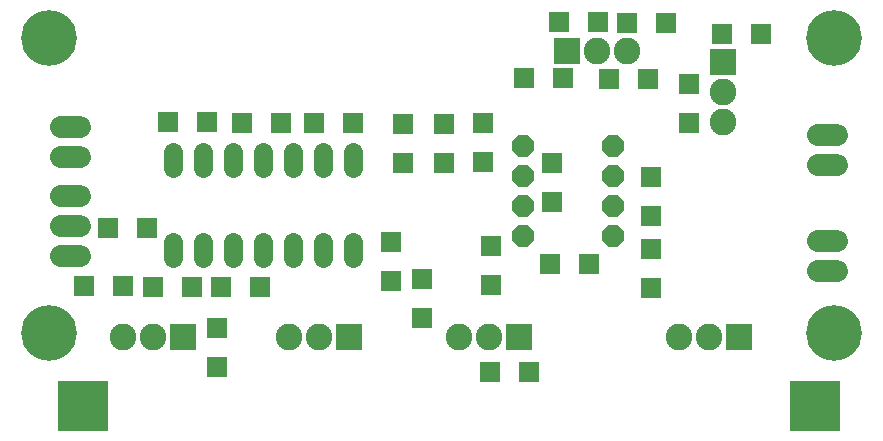
<source format=gbs>
G04 EAGLE Gerber RS-274X export*
G75*
%MOMM*%
%FSLAX34Y34*%
%LPD*%
%INSoldermask Bottom*%
%IPPOS*%
%AMOC8*
5,1,8,0,0,1.08239X$1,22.5*%
G01*
%ADD10C,1.625600*%
%ADD11P,1.951982X8X112.500000*%
%ADD12C,1.828800*%
%ADD13C,2.260600*%
%ADD14R,2.260600X2.260600*%
%ADD15R,1.727200X1.727200*%
%ADD16R,4.219200X4.219200*%
%ADD17C,4.719200*%


D10*
X139740Y163268D02*
X139740Y177492D01*
X165140Y177492D02*
X165140Y163268D01*
X292140Y163268D02*
X292140Y177492D01*
X292140Y239468D02*
X292140Y253692D01*
X190540Y177492D02*
X190540Y163268D01*
X215940Y163268D02*
X215940Y177492D01*
X266740Y177492D02*
X266740Y163268D01*
X241340Y163268D02*
X241340Y177492D01*
X266740Y239468D02*
X266740Y253692D01*
X241340Y253692D02*
X241340Y239468D01*
X215940Y239468D02*
X215940Y253692D01*
X190540Y253692D02*
X190540Y239468D01*
X165140Y239468D02*
X165140Y253692D01*
X139740Y253692D02*
X139740Y239468D01*
D11*
X512180Y182510D03*
X512180Y207910D03*
X435980Y258710D03*
X435980Y233310D03*
X512180Y233310D03*
X512180Y258710D03*
X435980Y207910D03*
X435980Y182510D03*
D12*
X61668Y165300D02*
X45412Y165300D01*
X45412Y190700D02*
X61668Y190700D01*
X61668Y216100D02*
X45412Y216100D01*
D13*
X98100Y96720D03*
X123500Y96720D03*
D14*
X148900Y96720D03*
D13*
X382100Y96720D03*
X407500Y96720D03*
D14*
X432900Y96720D03*
D13*
X238100Y96720D03*
X263500Y96720D03*
D14*
X288900Y96720D03*
D13*
X568100Y96720D03*
X593500Y96720D03*
D14*
X618900Y96720D03*
D15*
X351290Y112970D03*
X351290Y145990D03*
X402890Y277630D03*
X402890Y244610D03*
X544980Y170800D03*
X544980Y137780D03*
X334890Y243880D03*
X334890Y276900D03*
X369890Y243860D03*
X369890Y276880D03*
X259230Y278300D03*
X292250Y278300D03*
X198390Y278060D03*
X231410Y278060D03*
X135890Y278540D03*
X168910Y278540D03*
X545040Y198800D03*
X545040Y231820D03*
X459030Y158570D03*
X492050Y158570D03*
D12*
X61668Y274520D02*
X45412Y274520D01*
X45412Y249120D02*
X61668Y249120D01*
X685872Y267450D02*
X702128Y267450D01*
X702128Y242050D02*
X685872Y242050D01*
X685872Y152790D02*
X702128Y152790D01*
X702128Y178190D02*
X685872Y178190D01*
D15*
X324500Y177260D03*
X324500Y144240D03*
X98010Y140250D03*
X64990Y140250D03*
X155760Y139250D03*
X122740Y139250D03*
X409500Y174010D03*
X409500Y140990D03*
X408240Y67500D03*
X441260Y67500D03*
X177500Y71490D03*
X177500Y104510D03*
X214010Y139000D03*
X180990Y139000D03*
X460750Y210740D03*
X460750Y243760D03*
D13*
X524150Y339000D03*
X498750Y339000D03*
D14*
X473350Y339000D03*
D15*
X542260Y315250D03*
X509240Y315250D03*
X437490Y315750D03*
X470510Y315750D03*
D13*
X605500Y278350D03*
X605500Y303750D03*
D14*
X605500Y329150D03*
D15*
X524740Y362750D03*
X557760Y362750D03*
X500260Y363250D03*
X467240Y363250D03*
X605240Y353250D03*
X638260Y353250D03*
X577000Y277740D03*
X577000Y310760D03*
X84990Y189000D03*
X118010Y189000D03*
D16*
X63500Y38660D03*
X683500Y38660D03*
D17*
X35000Y350000D03*
X700000Y350000D03*
X35000Y100000D03*
X700000Y100000D03*
M02*

</source>
